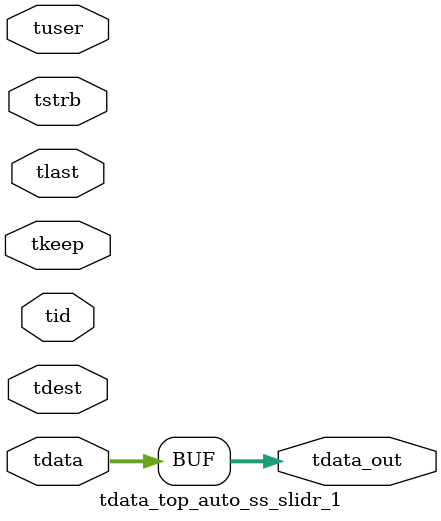
<source format=v>


`timescale 1ps/1ps

module tdata_top_auto_ss_slidr_1 #
(
parameter C_S_AXIS_TDATA_WIDTH = 32,
parameter C_S_AXIS_TUSER_WIDTH = 0,
parameter C_S_AXIS_TID_WIDTH   = 0,
parameter C_S_AXIS_TDEST_WIDTH = 0,
parameter C_M_AXIS_TDATA_WIDTH = 32
)
(
input  [(C_S_AXIS_TDATA_WIDTH == 0 ? 1 : C_S_AXIS_TDATA_WIDTH)-1:0     ] tdata,
input  [(C_S_AXIS_TUSER_WIDTH == 0 ? 1 : C_S_AXIS_TUSER_WIDTH)-1:0     ] tuser,
input  [(C_S_AXIS_TID_WIDTH   == 0 ? 1 : C_S_AXIS_TID_WIDTH)-1:0       ] tid,
input  [(C_S_AXIS_TDEST_WIDTH == 0 ? 1 : C_S_AXIS_TDEST_WIDTH)-1:0     ] tdest,
input  [(C_S_AXIS_TDATA_WIDTH/8)-1:0 ] tkeep,
input  [(C_S_AXIS_TDATA_WIDTH/8)-1:0 ] tstrb,
input                                                                    tlast,
output [C_M_AXIS_TDATA_WIDTH-1:0] tdata_out
);

assign tdata_out = {tdata[31:0]};

endmodule


</source>
